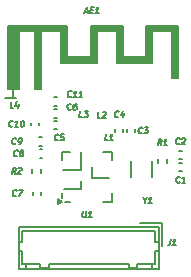
<source format=gbr>
%TF.GenerationSoftware,KiCad,Pcbnew,8.0.5*%
%TF.CreationDate,2024-10-24T22:42:25-04:00*%
%TF.ProjectId,NRF24L01 2.4GHZ,4e524632-344c-4303-9120-322e3447485a,rev?*%
%TF.SameCoordinates,Original*%
%TF.FileFunction,Legend,Top*%
%TF.FilePolarity,Positive*%
%FSLAX46Y46*%
G04 Gerber Fmt 4.6, Leading zero omitted, Abs format (unit mm)*
G04 Created by KiCad (PCBNEW 8.0.5) date 2024-10-24 22:42:25*
%MOMM*%
%LPD*%
G01*
G04 APERTURE LIST*
%ADD10C,0.152400*%
%ADD11C,0.127000*%
G04 APERTURE END LIST*
D10*
X150057500Y-85575000D02*
X149202500Y-85565000D01*
X149860000Y-85380000D02*
X149870000Y-84525000D01*
X156545000Y-92220000D02*
X156540000Y-91450000D01*
X154115000Y-91700000D02*
X155565000Y-91700000D01*
X155590000Y-91555000D02*
X155590000Y-90105000D01*
X156560000Y-92340000D02*
X158010000Y-92340000D01*
X154135000Y-93240000D02*
X155585000Y-93240000D01*
X155585000Y-93240000D02*
X155590000Y-92620000D01*
D11*
X149786451Y-87950025D02*
X149759237Y-87974216D01*
X149759237Y-87974216D02*
X149683642Y-87998406D01*
X149683642Y-87998406D02*
X149635261Y-87998406D01*
X149635261Y-87998406D02*
X149565713Y-87974216D01*
X149565713Y-87974216D02*
X149523380Y-87925835D01*
X149523380Y-87925835D02*
X149505237Y-87877454D01*
X149505237Y-87877454D02*
X149493142Y-87780692D01*
X149493142Y-87780692D02*
X149502213Y-87708120D01*
X149502213Y-87708120D02*
X149538499Y-87611358D01*
X149538499Y-87611358D02*
X149568737Y-87562977D01*
X149568737Y-87562977D02*
X149623166Y-87514596D01*
X149623166Y-87514596D02*
X149698761Y-87490406D01*
X149698761Y-87490406D02*
X149747142Y-87490406D01*
X149747142Y-87490406D02*
X149816690Y-87514596D01*
X149816690Y-87514596D02*
X149837856Y-87538787D01*
X150264213Y-87998406D02*
X149973928Y-87998406D01*
X150119070Y-87998406D02*
X150182570Y-87490406D01*
X150182570Y-87490406D02*
X150125118Y-87562977D01*
X150125118Y-87562977D02*
X150070690Y-87611358D01*
X150070690Y-87611358D02*
X150019285Y-87635549D01*
X150642190Y-87490406D02*
X150690571Y-87490406D01*
X150690571Y-87490406D02*
X150735928Y-87514596D01*
X150735928Y-87514596D02*
X150757095Y-87538787D01*
X150757095Y-87538787D02*
X150775238Y-87587168D01*
X150775238Y-87587168D02*
X150787333Y-87683930D01*
X150787333Y-87683930D02*
X150772214Y-87804882D01*
X150772214Y-87804882D02*
X150735928Y-87901644D01*
X150735928Y-87901644D02*
X150705690Y-87950025D01*
X150705690Y-87950025D02*
X150678476Y-87974216D01*
X150678476Y-87974216D02*
X150627071Y-87998406D01*
X150627071Y-87998406D02*
X150578690Y-87998406D01*
X150578690Y-87998406D02*
X150533333Y-87974216D01*
X150533333Y-87974216D02*
X150512166Y-87950025D01*
X150512166Y-87950025D02*
X150494023Y-87901644D01*
X150494023Y-87901644D02*
X150481928Y-87804882D01*
X150481928Y-87804882D02*
X150497047Y-87683930D01*
X150497047Y-87683930D02*
X150533333Y-87587168D01*
X150533333Y-87587168D02*
X150563571Y-87538787D01*
X150563571Y-87538787D02*
X150590785Y-87514596D01*
X150590785Y-87514596D02*
X150642190Y-87490406D01*
X163958356Y-92680025D02*
X163931142Y-92704216D01*
X163931142Y-92704216D02*
X163855547Y-92728406D01*
X163855547Y-92728406D02*
X163807166Y-92728406D01*
X163807166Y-92728406D02*
X163737618Y-92704216D01*
X163737618Y-92704216D02*
X163695285Y-92655835D01*
X163695285Y-92655835D02*
X163677142Y-92607454D01*
X163677142Y-92607454D02*
X163665047Y-92510692D01*
X163665047Y-92510692D02*
X163674118Y-92438120D01*
X163674118Y-92438120D02*
X163710404Y-92341358D01*
X163710404Y-92341358D02*
X163740642Y-92292977D01*
X163740642Y-92292977D02*
X163795071Y-92244596D01*
X163795071Y-92244596D02*
X163870666Y-92220406D01*
X163870666Y-92220406D02*
X163919047Y-92220406D01*
X163919047Y-92220406D02*
X163988595Y-92244596D01*
X163988595Y-92244596D02*
X164009761Y-92268787D01*
X164436118Y-92728406D02*
X164145833Y-92728406D01*
X164290975Y-92728406D02*
X164354475Y-92220406D01*
X164354475Y-92220406D02*
X164297023Y-92292977D01*
X164297023Y-92292977D02*
X164242595Y-92341358D01*
X164242595Y-92341358D02*
X164191190Y-92365549D01*
X154738356Y-86510025D02*
X154711142Y-86534216D01*
X154711142Y-86534216D02*
X154635547Y-86558406D01*
X154635547Y-86558406D02*
X154587166Y-86558406D01*
X154587166Y-86558406D02*
X154517618Y-86534216D01*
X154517618Y-86534216D02*
X154475285Y-86485835D01*
X154475285Y-86485835D02*
X154457142Y-86437454D01*
X154457142Y-86437454D02*
X154445047Y-86340692D01*
X154445047Y-86340692D02*
X154454118Y-86268120D01*
X154454118Y-86268120D02*
X154490404Y-86171358D01*
X154490404Y-86171358D02*
X154520642Y-86122977D01*
X154520642Y-86122977D02*
X154575071Y-86074596D01*
X154575071Y-86074596D02*
X154650666Y-86050406D01*
X154650666Y-86050406D02*
X154699047Y-86050406D01*
X154699047Y-86050406D02*
X154768595Y-86074596D01*
X154768595Y-86074596D02*
X154789761Y-86098787D01*
X155231237Y-86050406D02*
X155134475Y-86050406D01*
X155134475Y-86050406D02*
X155083071Y-86074596D01*
X155083071Y-86074596D02*
X155055856Y-86098787D01*
X155055856Y-86098787D02*
X154998404Y-86171358D01*
X154998404Y-86171358D02*
X154962118Y-86268120D01*
X154962118Y-86268120D02*
X154937928Y-86461644D01*
X154937928Y-86461644D02*
X154956071Y-86510025D01*
X154956071Y-86510025D02*
X154977237Y-86534216D01*
X154977237Y-86534216D02*
X155022595Y-86558406D01*
X155022595Y-86558406D02*
X155119356Y-86558406D01*
X155119356Y-86558406D02*
X155170761Y-86534216D01*
X155170761Y-86534216D02*
X155197975Y-86510025D01*
X155197975Y-86510025D02*
X155228214Y-86461644D01*
X155228214Y-86461644D02*
X155243333Y-86340692D01*
X155243333Y-86340692D02*
X155225190Y-86292311D01*
X155225190Y-86292311D02*
X155204023Y-86268120D01*
X155204023Y-86268120D02*
X155158666Y-86243930D01*
X155158666Y-86243930D02*
X155061904Y-86243930D01*
X155061904Y-86243930D02*
X155010499Y-86268120D01*
X155010499Y-86268120D02*
X154983285Y-86292311D01*
X154983285Y-86292311D02*
X154953047Y-86340692D01*
X155773428Y-95150406D02*
X155722023Y-95561644D01*
X155722023Y-95561644D02*
X155740166Y-95610025D01*
X155740166Y-95610025D02*
X155761333Y-95634216D01*
X155761333Y-95634216D02*
X155806690Y-95658406D01*
X155806690Y-95658406D02*
X155903452Y-95658406D01*
X155903452Y-95658406D02*
X155954857Y-95634216D01*
X155954857Y-95634216D02*
X155982071Y-95610025D01*
X155982071Y-95610025D02*
X156012309Y-95561644D01*
X156012309Y-95561644D02*
X156063714Y-95150406D01*
X156508213Y-95658406D02*
X156217928Y-95658406D01*
X156363070Y-95658406D02*
X156426570Y-95150406D01*
X156426570Y-95150406D02*
X156369118Y-95222977D01*
X156369118Y-95222977D02*
X156314690Y-95271358D01*
X156314690Y-95271358D02*
X156263285Y-95295549D01*
X150078356Y-89420025D02*
X150051142Y-89444216D01*
X150051142Y-89444216D02*
X149975547Y-89468406D01*
X149975547Y-89468406D02*
X149927166Y-89468406D01*
X149927166Y-89468406D02*
X149857618Y-89444216D01*
X149857618Y-89444216D02*
X149815285Y-89395835D01*
X149815285Y-89395835D02*
X149797142Y-89347454D01*
X149797142Y-89347454D02*
X149785047Y-89250692D01*
X149785047Y-89250692D02*
X149794118Y-89178120D01*
X149794118Y-89178120D02*
X149830404Y-89081358D01*
X149830404Y-89081358D02*
X149860642Y-89032977D01*
X149860642Y-89032977D02*
X149915071Y-88984596D01*
X149915071Y-88984596D02*
X149990666Y-88960406D01*
X149990666Y-88960406D02*
X150039047Y-88960406D01*
X150039047Y-88960406D02*
X150108595Y-88984596D01*
X150108595Y-88984596D02*
X150129761Y-89008787D01*
X150314214Y-89468406D02*
X150410975Y-89468406D01*
X150410975Y-89468406D02*
X150462380Y-89444216D01*
X150462380Y-89444216D02*
X150489595Y-89420025D01*
X150489595Y-89420025D02*
X150547047Y-89347454D01*
X150547047Y-89347454D02*
X150583333Y-89250692D01*
X150583333Y-89250692D02*
X150607523Y-89057168D01*
X150607523Y-89057168D02*
X150589380Y-89008787D01*
X150589380Y-89008787D02*
X150568214Y-88984596D01*
X150568214Y-88984596D02*
X150522856Y-88960406D01*
X150522856Y-88960406D02*
X150426095Y-88960406D01*
X150426095Y-88960406D02*
X150374690Y-88984596D01*
X150374690Y-88984596D02*
X150347475Y-89008787D01*
X150347475Y-89008787D02*
X150317237Y-89057168D01*
X150317237Y-89057168D02*
X150302118Y-89178120D01*
X150302118Y-89178120D02*
X150320261Y-89226501D01*
X150320261Y-89226501D02*
X150341428Y-89250692D01*
X150341428Y-89250692D02*
X150386785Y-89274882D01*
X150386785Y-89274882D02*
X150483547Y-89274882D01*
X150483547Y-89274882D02*
X150534952Y-89250692D01*
X150534952Y-89250692D02*
X150562166Y-89226501D01*
X150562166Y-89226501D02*
X150592404Y-89178120D01*
X158738356Y-87140025D02*
X158711142Y-87164216D01*
X158711142Y-87164216D02*
X158635547Y-87188406D01*
X158635547Y-87188406D02*
X158587166Y-87188406D01*
X158587166Y-87188406D02*
X158517618Y-87164216D01*
X158517618Y-87164216D02*
X158475285Y-87115835D01*
X158475285Y-87115835D02*
X158457142Y-87067454D01*
X158457142Y-87067454D02*
X158445047Y-86970692D01*
X158445047Y-86970692D02*
X158454118Y-86898120D01*
X158454118Y-86898120D02*
X158490404Y-86801358D01*
X158490404Y-86801358D02*
X158520642Y-86752977D01*
X158520642Y-86752977D02*
X158575071Y-86704596D01*
X158575071Y-86704596D02*
X158650666Y-86680406D01*
X158650666Y-86680406D02*
X158699047Y-86680406D01*
X158699047Y-86680406D02*
X158768595Y-86704596D01*
X158768595Y-86704596D02*
X158789761Y-86728787D01*
X159210071Y-86849739D02*
X159167737Y-87188406D01*
X159113309Y-86656216D02*
X158946999Y-87019073D01*
X158946999Y-87019073D02*
X159261475Y-87019073D01*
X150052309Y-91988406D02*
X149913214Y-91746501D01*
X149762023Y-91988406D02*
X149825523Y-91480406D01*
X149825523Y-91480406D02*
X150019047Y-91480406D01*
X150019047Y-91480406D02*
X150064404Y-91504596D01*
X150064404Y-91504596D02*
X150085571Y-91528787D01*
X150085571Y-91528787D02*
X150103714Y-91577168D01*
X150103714Y-91577168D02*
X150094642Y-91649739D01*
X150094642Y-91649739D02*
X150064404Y-91698120D01*
X150064404Y-91698120D02*
X150037190Y-91722311D01*
X150037190Y-91722311D02*
X149985785Y-91746501D01*
X149985785Y-91746501D02*
X149792261Y-91746501D01*
X150303285Y-91528787D02*
X150330499Y-91504596D01*
X150330499Y-91504596D02*
X150381904Y-91480406D01*
X150381904Y-91480406D02*
X150502856Y-91480406D01*
X150502856Y-91480406D02*
X150548214Y-91504596D01*
X150548214Y-91504596D02*
X150569380Y-91528787D01*
X150569380Y-91528787D02*
X150587523Y-91577168D01*
X150587523Y-91577168D02*
X150581475Y-91625549D01*
X150581475Y-91625549D02*
X150548214Y-91698120D01*
X150548214Y-91698120D02*
X150221642Y-91988406D01*
X150221642Y-91988406D02*
X150536118Y-91988406D01*
X155712309Y-87188406D02*
X155470404Y-87188406D01*
X155470404Y-87188406D02*
X155533904Y-86680406D01*
X155896761Y-86680406D02*
X156211237Y-86680406D01*
X156211237Y-86680406D02*
X156017714Y-86873930D01*
X156017714Y-86873930D02*
X156090285Y-86873930D01*
X156090285Y-86873930D02*
X156135642Y-86898120D01*
X156135642Y-86898120D02*
X156156809Y-86922311D01*
X156156809Y-86922311D02*
X156174952Y-86970692D01*
X156174952Y-86970692D02*
X156159833Y-87091644D01*
X156159833Y-87091644D02*
X156129594Y-87140025D01*
X156129594Y-87140025D02*
X156102380Y-87164216D01*
X156102380Y-87164216D02*
X156050975Y-87188406D01*
X156050975Y-87188406D02*
X155905833Y-87188406D01*
X155905833Y-87188406D02*
X155860475Y-87164216D01*
X155860475Y-87164216D02*
X155839309Y-87140025D01*
X154756451Y-85420025D02*
X154729237Y-85444216D01*
X154729237Y-85444216D02*
X154653642Y-85468406D01*
X154653642Y-85468406D02*
X154605261Y-85468406D01*
X154605261Y-85468406D02*
X154535713Y-85444216D01*
X154535713Y-85444216D02*
X154493380Y-85395835D01*
X154493380Y-85395835D02*
X154475237Y-85347454D01*
X154475237Y-85347454D02*
X154463142Y-85250692D01*
X154463142Y-85250692D02*
X154472213Y-85178120D01*
X154472213Y-85178120D02*
X154508499Y-85081358D01*
X154508499Y-85081358D02*
X154538737Y-85032977D01*
X154538737Y-85032977D02*
X154593166Y-84984596D01*
X154593166Y-84984596D02*
X154668761Y-84960406D01*
X154668761Y-84960406D02*
X154717142Y-84960406D01*
X154717142Y-84960406D02*
X154786690Y-84984596D01*
X154786690Y-84984596D02*
X154807856Y-85008787D01*
X155234213Y-85468406D02*
X154943928Y-85468406D01*
X155089070Y-85468406D02*
X155152570Y-84960406D01*
X155152570Y-84960406D02*
X155095118Y-85032977D01*
X155095118Y-85032977D02*
X155040690Y-85081358D01*
X155040690Y-85081358D02*
X154989285Y-85105549D01*
X155718023Y-85468406D02*
X155427738Y-85468406D01*
X155572880Y-85468406D02*
X155636380Y-84960406D01*
X155636380Y-84960406D02*
X155578928Y-85032977D01*
X155578928Y-85032977D02*
X155524500Y-85081358D01*
X155524500Y-85081358D02*
X155473095Y-85105549D01*
X162402309Y-89568406D02*
X162263214Y-89326501D01*
X162112023Y-89568406D02*
X162175523Y-89060406D01*
X162175523Y-89060406D02*
X162369047Y-89060406D01*
X162369047Y-89060406D02*
X162414404Y-89084596D01*
X162414404Y-89084596D02*
X162435571Y-89108787D01*
X162435571Y-89108787D02*
X162453714Y-89157168D01*
X162453714Y-89157168D02*
X162444642Y-89229739D01*
X162444642Y-89229739D02*
X162414404Y-89278120D01*
X162414404Y-89278120D02*
X162387190Y-89302311D01*
X162387190Y-89302311D02*
X162335785Y-89326501D01*
X162335785Y-89326501D02*
X162142261Y-89326501D01*
X162886118Y-89568406D02*
X162595833Y-89568406D01*
X162740975Y-89568406D02*
X162804475Y-89060406D01*
X162804475Y-89060406D02*
X162747023Y-89132977D01*
X162747023Y-89132977D02*
X162692595Y-89181358D01*
X162692595Y-89181358D02*
X162641190Y-89205549D01*
X155942451Y-78258263D02*
X156184356Y-78258263D01*
X155875928Y-78403406D02*
X156108761Y-77895406D01*
X156108761Y-77895406D02*
X156214594Y-78403406D01*
X156417190Y-78137311D02*
X156586523Y-78137311D01*
X156625833Y-78403406D02*
X156383928Y-78403406D01*
X156383928Y-78403406D02*
X156447428Y-77895406D01*
X156447428Y-77895406D02*
X156689333Y-77895406D01*
X157109642Y-78403406D02*
X156819357Y-78403406D01*
X156964499Y-78403406D02*
X157027999Y-77895406D01*
X157027999Y-77895406D02*
X156970547Y-77967977D01*
X156970547Y-77967977D02*
X156916119Y-78016358D01*
X156916119Y-78016358D02*
X156864714Y-78040549D01*
X150198356Y-90470025D02*
X150171142Y-90494216D01*
X150171142Y-90494216D02*
X150095547Y-90518406D01*
X150095547Y-90518406D02*
X150047166Y-90518406D01*
X150047166Y-90518406D02*
X149977618Y-90494216D01*
X149977618Y-90494216D02*
X149935285Y-90445835D01*
X149935285Y-90445835D02*
X149917142Y-90397454D01*
X149917142Y-90397454D02*
X149905047Y-90300692D01*
X149905047Y-90300692D02*
X149914118Y-90228120D01*
X149914118Y-90228120D02*
X149950404Y-90131358D01*
X149950404Y-90131358D02*
X149980642Y-90082977D01*
X149980642Y-90082977D02*
X150035071Y-90034596D01*
X150035071Y-90034596D02*
X150110666Y-90010406D01*
X150110666Y-90010406D02*
X150159047Y-90010406D01*
X150159047Y-90010406D02*
X150228595Y-90034596D01*
X150228595Y-90034596D02*
X150249761Y-90058787D01*
X150518880Y-90228120D02*
X150473523Y-90203930D01*
X150473523Y-90203930D02*
X150452356Y-90179739D01*
X150452356Y-90179739D02*
X150434214Y-90131358D01*
X150434214Y-90131358D02*
X150437237Y-90107168D01*
X150437237Y-90107168D02*
X150467475Y-90058787D01*
X150467475Y-90058787D02*
X150494690Y-90034596D01*
X150494690Y-90034596D02*
X150546095Y-90010406D01*
X150546095Y-90010406D02*
X150642856Y-90010406D01*
X150642856Y-90010406D02*
X150688214Y-90034596D01*
X150688214Y-90034596D02*
X150709380Y-90058787D01*
X150709380Y-90058787D02*
X150727523Y-90107168D01*
X150727523Y-90107168D02*
X150724499Y-90131358D01*
X150724499Y-90131358D02*
X150694261Y-90179739D01*
X150694261Y-90179739D02*
X150667047Y-90203930D01*
X150667047Y-90203930D02*
X150615642Y-90228120D01*
X150615642Y-90228120D02*
X150518880Y-90228120D01*
X150518880Y-90228120D02*
X150467475Y-90252311D01*
X150467475Y-90252311D02*
X150440261Y-90276501D01*
X150440261Y-90276501D02*
X150410023Y-90324882D01*
X150410023Y-90324882D02*
X150397928Y-90421644D01*
X150397928Y-90421644D02*
X150416071Y-90470025D01*
X150416071Y-90470025D02*
X150437237Y-90494216D01*
X150437237Y-90494216D02*
X150482595Y-90518406D01*
X150482595Y-90518406D02*
X150579356Y-90518406D01*
X150579356Y-90518406D02*
X150630761Y-90494216D01*
X150630761Y-90494216D02*
X150657975Y-90470025D01*
X150657975Y-90470025D02*
X150688214Y-90421644D01*
X150688214Y-90421644D02*
X150700309Y-90324882D01*
X150700309Y-90324882D02*
X150682166Y-90276501D01*
X150682166Y-90276501D02*
X150660999Y-90252311D01*
X150660999Y-90252311D02*
X150615642Y-90228120D01*
X149882309Y-86388406D02*
X149640404Y-86388406D01*
X149640404Y-86388406D02*
X149703904Y-85880406D01*
X150311690Y-86049739D02*
X150269356Y-86388406D01*
X150214928Y-85856216D02*
X150048618Y-86219073D01*
X150048618Y-86219073D02*
X150363094Y-86219073D01*
X163918356Y-89420025D02*
X163891142Y-89444216D01*
X163891142Y-89444216D02*
X163815547Y-89468406D01*
X163815547Y-89468406D02*
X163767166Y-89468406D01*
X163767166Y-89468406D02*
X163697618Y-89444216D01*
X163697618Y-89444216D02*
X163655285Y-89395835D01*
X163655285Y-89395835D02*
X163637142Y-89347454D01*
X163637142Y-89347454D02*
X163625047Y-89250692D01*
X163625047Y-89250692D02*
X163634118Y-89178120D01*
X163634118Y-89178120D02*
X163670404Y-89081358D01*
X163670404Y-89081358D02*
X163700642Y-89032977D01*
X163700642Y-89032977D02*
X163755071Y-88984596D01*
X163755071Y-88984596D02*
X163830666Y-88960406D01*
X163830666Y-88960406D02*
X163879047Y-88960406D01*
X163879047Y-88960406D02*
X163948595Y-88984596D01*
X163948595Y-88984596D02*
X163969761Y-89008787D01*
X164163285Y-89008787D02*
X164190499Y-88984596D01*
X164190499Y-88984596D02*
X164241904Y-88960406D01*
X164241904Y-88960406D02*
X164362856Y-88960406D01*
X164362856Y-88960406D02*
X164408214Y-88984596D01*
X164408214Y-88984596D02*
X164429380Y-89008787D01*
X164429380Y-89008787D02*
X164447523Y-89057168D01*
X164447523Y-89057168D02*
X164441475Y-89105549D01*
X164441475Y-89105549D02*
X164408214Y-89178120D01*
X164408214Y-89178120D02*
X164081642Y-89468406D01*
X164081642Y-89468406D02*
X164396118Y-89468406D01*
X163191142Y-97520406D02*
X163145785Y-97883263D01*
X163145785Y-97883263D02*
X163112523Y-97955835D01*
X163112523Y-97955835D02*
X163058094Y-98004216D01*
X163058094Y-98004216D02*
X162982499Y-98028406D01*
X162982499Y-98028406D02*
X162934118Y-98028406D01*
X163635642Y-98028406D02*
X163345357Y-98028406D01*
X163490499Y-98028406D02*
X163553999Y-97520406D01*
X163553999Y-97520406D02*
X163496547Y-97592977D01*
X163496547Y-97592977D02*
X163442119Y-97641358D01*
X163442119Y-97641358D02*
X163390714Y-97665549D01*
X153658356Y-89110025D02*
X153631142Y-89134216D01*
X153631142Y-89134216D02*
X153555547Y-89158406D01*
X153555547Y-89158406D02*
X153507166Y-89158406D01*
X153507166Y-89158406D02*
X153437618Y-89134216D01*
X153437618Y-89134216D02*
X153395285Y-89085835D01*
X153395285Y-89085835D02*
X153377142Y-89037454D01*
X153377142Y-89037454D02*
X153365047Y-88940692D01*
X153365047Y-88940692D02*
X153374118Y-88868120D01*
X153374118Y-88868120D02*
X153410404Y-88771358D01*
X153410404Y-88771358D02*
X153440642Y-88722977D01*
X153440642Y-88722977D02*
X153495071Y-88674596D01*
X153495071Y-88674596D02*
X153570666Y-88650406D01*
X153570666Y-88650406D02*
X153619047Y-88650406D01*
X153619047Y-88650406D02*
X153688595Y-88674596D01*
X153688595Y-88674596D02*
X153709761Y-88698787D01*
X154175428Y-88650406D02*
X153933523Y-88650406D01*
X153933523Y-88650406D02*
X153879095Y-88892311D01*
X153879095Y-88892311D02*
X153906309Y-88868120D01*
X153906309Y-88868120D02*
X153957714Y-88843930D01*
X153957714Y-88843930D02*
X154078666Y-88843930D01*
X154078666Y-88843930D02*
X154124023Y-88868120D01*
X154124023Y-88868120D02*
X154145190Y-88892311D01*
X154145190Y-88892311D02*
X154163333Y-88940692D01*
X154163333Y-88940692D02*
X154148214Y-89061644D01*
X154148214Y-89061644D02*
X154117975Y-89110025D01*
X154117975Y-89110025D02*
X154090761Y-89134216D01*
X154090761Y-89134216D02*
X154039356Y-89158406D01*
X154039356Y-89158406D02*
X153918404Y-89158406D01*
X153918404Y-89158406D02*
X153873047Y-89134216D01*
X153873047Y-89134216D02*
X153851880Y-89110025D01*
X157872309Y-89138406D02*
X157630404Y-89138406D01*
X157630404Y-89138406D02*
X157693904Y-88630406D01*
X158307737Y-89138406D02*
X158017452Y-89138406D01*
X158162594Y-89138406D02*
X158226094Y-88630406D01*
X158226094Y-88630406D02*
X158168642Y-88702977D01*
X158168642Y-88702977D02*
X158114214Y-88751358D01*
X158114214Y-88751358D02*
X158062809Y-88775549D01*
X157242309Y-87238406D02*
X157000404Y-87238406D01*
X157000404Y-87238406D02*
X157063904Y-86730406D01*
X157444904Y-86778787D02*
X157472118Y-86754596D01*
X157472118Y-86754596D02*
X157523523Y-86730406D01*
X157523523Y-86730406D02*
X157644475Y-86730406D01*
X157644475Y-86730406D02*
X157689833Y-86754596D01*
X157689833Y-86754596D02*
X157710999Y-86778787D01*
X157710999Y-86778787D02*
X157729142Y-86827168D01*
X157729142Y-86827168D02*
X157723094Y-86875549D01*
X157723094Y-86875549D02*
X157689833Y-86948120D01*
X157689833Y-86948120D02*
X157363261Y-87238406D01*
X157363261Y-87238406D02*
X157677737Y-87238406D01*
X150098356Y-93830025D02*
X150071142Y-93854216D01*
X150071142Y-93854216D02*
X149995547Y-93878406D01*
X149995547Y-93878406D02*
X149947166Y-93878406D01*
X149947166Y-93878406D02*
X149877618Y-93854216D01*
X149877618Y-93854216D02*
X149835285Y-93805835D01*
X149835285Y-93805835D02*
X149817142Y-93757454D01*
X149817142Y-93757454D02*
X149805047Y-93660692D01*
X149805047Y-93660692D02*
X149814118Y-93588120D01*
X149814118Y-93588120D02*
X149850404Y-93491358D01*
X149850404Y-93491358D02*
X149880642Y-93442977D01*
X149880642Y-93442977D02*
X149935071Y-93394596D01*
X149935071Y-93394596D02*
X150010666Y-93370406D01*
X150010666Y-93370406D02*
X150059047Y-93370406D01*
X150059047Y-93370406D02*
X150128595Y-93394596D01*
X150128595Y-93394596D02*
X150149761Y-93418787D01*
X150325142Y-93370406D02*
X150663809Y-93370406D01*
X150663809Y-93370406D02*
X150382595Y-93878406D01*
X161015309Y-94256501D02*
X160985071Y-94498406D01*
X160879238Y-93990406D02*
X161015309Y-94256501D01*
X161015309Y-94256501D02*
X161217904Y-93990406D01*
X161589833Y-94498406D02*
X161299548Y-94498406D01*
X161444690Y-94498406D02*
X161508190Y-93990406D01*
X161508190Y-93990406D02*
X161450738Y-94062977D01*
X161450738Y-94062977D02*
X161396310Y-94111358D01*
X161396310Y-94111358D02*
X161344905Y-94135549D01*
X160758356Y-88520025D02*
X160731142Y-88544216D01*
X160731142Y-88544216D02*
X160655547Y-88568406D01*
X160655547Y-88568406D02*
X160607166Y-88568406D01*
X160607166Y-88568406D02*
X160537618Y-88544216D01*
X160537618Y-88544216D02*
X160495285Y-88495835D01*
X160495285Y-88495835D02*
X160477142Y-88447454D01*
X160477142Y-88447454D02*
X160465047Y-88350692D01*
X160465047Y-88350692D02*
X160474118Y-88278120D01*
X160474118Y-88278120D02*
X160510404Y-88181358D01*
X160510404Y-88181358D02*
X160540642Y-88132977D01*
X160540642Y-88132977D02*
X160595071Y-88084596D01*
X160595071Y-88084596D02*
X160670666Y-88060406D01*
X160670666Y-88060406D02*
X160719047Y-88060406D01*
X160719047Y-88060406D02*
X160788595Y-88084596D01*
X160788595Y-88084596D02*
X160809761Y-88108787D01*
X160985142Y-88060406D02*
X161299618Y-88060406D01*
X161299618Y-88060406D02*
X161106095Y-88253930D01*
X161106095Y-88253930D02*
X161178666Y-88253930D01*
X161178666Y-88253930D02*
X161224023Y-88278120D01*
X161224023Y-88278120D02*
X161245190Y-88302311D01*
X161245190Y-88302311D02*
X161263333Y-88350692D01*
X161263333Y-88350692D02*
X161248214Y-88471644D01*
X161248214Y-88471644D02*
X161217975Y-88520025D01*
X161217975Y-88520025D02*
X161190761Y-88544216D01*
X161190761Y-88544216D02*
X161139356Y-88568406D01*
X161139356Y-88568406D02*
X160994214Y-88568406D01*
X160994214Y-88568406D02*
X160948856Y-88544216D01*
X160948856Y-88544216D02*
X160927690Y-88520025D01*
D10*
%TO.C,C10*%
X151360000Y-87652164D02*
X151360000Y-87867836D01*
X152080000Y-87652164D02*
X152080000Y-87867836D01*
%TO.C,C1*%
X163937164Y-91060000D02*
X164152836Y-91060000D01*
X163937164Y-91780000D02*
X164152836Y-91780000D01*
%TO.C,C6*%
X153332164Y-86520000D02*
X153547836Y-86520000D01*
X153332164Y-87240000D02*
X153547836Y-87240000D01*
%TO.C,U1*%
X153972500Y-90120000D02*
X154697500Y-90120000D01*
X153972500Y-90845000D02*
X153972500Y-90120000D01*
X153972500Y-93615000D02*
X153972500Y-94040000D01*
X154697500Y-94340000D02*
X154212500Y-94340000D01*
X158192500Y-90120000D02*
X157467500Y-90120000D01*
X158192500Y-90845000D02*
X158192500Y-90120000D01*
X158192500Y-93615000D02*
X158192500Y-94340000D01*
X158192500Y-94340000D02*
X157467500Y-94340000D01*
X153972500Y-94340000D02*
X153642500Y-94580000D01*
X153642500Y-94100000D01*
X153972500Y-94340000D01*
G36*
X153972500Y-94340000D02*
G01*
X153642500Y-94580000D01*
X153642500Y-94100000D01*
X153972500Y-94340000D01*
G37*
%TO.C,C9*%
X152297836Y-88900000D02*
X152082164Y-88900000D01*
X152297836Y-89620000D02*
X152082164Y-89620000D01*
%TO.C,C4*%
X158470000Y-88222164D02*
X158470000Y-88437836D01*
X159190000Y-88222164D02*
X159190000Y-88437836D01*
%TO.C,R2*%
X151460000Y-91586359D02*
X151460000Y-91893641D01*
X152220000Y-91586359D02*
X152220000Y-91893641D01*
%TO.C,C11*%
X153332164Y-85510000D02*
X153547836Y-85510000D01*
X153332164Y-86230000D02*
X153547836Y-86230000D01*
%TO.C,R1*%
X162125000Y-91053641D02*
X162125000Y-90746359D01*
X162885000Y-91053641D02*
X162885000Y-90746359D01*
%TO.C,AE1*%
X154420000Y-82075000D02*
X156420000Y-82075000D01*
X156420000Y-79435000D01*
X159120000Y-79435000D01*
X159120000Y-82075000D01*
X161120000Y-82075000D01*
X161120000Y-79435000D01*
X163820000Y-79435000D01*
X163820000Y-83875000D01*
X163320000Y-83875000D01*
X163320000Y-79935000D01*
X161620000Y-79935000D01*
X161620000Y-82575000D01*
X158620000Y-82575000D01*
X158620000Y-79935000D01*
X156920000Y-79935000D01*
X156920000Y-82575000D01*
X153920000Y-82575000D01*
X153920000Y-79935000D01*
X152220000Y-79935000D01*
X152220000Y-84835000D01*
X151720000Y-84835000D01*
X151720000Y-79935000D01*
X150320000Y-79935000D01*
X150320000Y-84835000D01*
X149420000Y-84835000D01*
X149420000Y-84591785D01*
X149722417Y-84591785D01*
X149732258Y-84639395D01*
X149756326Y-84681797D01*
X149794269Y-84714581D01*
X149802181Y-84718935D01*
X149844844Y-84731043D01*
X149893363Y-84730300D01*
X149938878Y-84717400D01*
X149957489Y-84706787D01*
X149991132Y-84671553D01*
X150011691Y-84626368D01*
X150018222Y-84576842D01*
X150009782Y-84528583D01*
X149992888Y-84496357D01*
X149957628Y-84463687D01*
X149912318Y-84443592D01*
X149862733Y-84437018D01*
X149814647Y-84444908D01*
X149781755Y-84461814D01*
X149746815Y-84498584D01*
X149727153Y-84543378D01*
X149722417Y-84591785D01*
X149420000Y-84591785D01*
X149420000Y-79435000D01*
X154420000Y-79435000D01*
X154420000Y-82075000D01*
G36*
X154420000Y-82075000D02*
G01*
X156420000Y-82075000D01*
X156420000Y-79435000D01*
X159120000Y-79435000D01*
X159120000Y-82075000D01*
X161120000Y-82075000D01*
X161120000Y-79435000D01*
X163820000Y-79435000D01*
X163820000Y-83875000D01*
X163320000Y-83875000D01*
X163320000Y-79935000D01*
X161620000Y-79935000D01*
X161620000Y-82575000D01*
X158620000Y-82575000D01*
X158620000Y-79935000D01*
X156920000Y-79935000D01*
X156920000Y-82575000D01*
X153920000Y-82575000D01*
X153920000Y-79935000D01*
X152220000Y-79935000D01*
X152220000Y-84835000D01*
X151720000Y-84835000D01*
X151720000Y-79935000D01*
X150320000Y-79935000D01*
X150320000Y-84835000D01*
X149420000Y-84835000D01*
X149420000Y-84591785D01*
X149722417Y-84591785D01*
X149732258Y-84639395D01*
X149756326Y-84681797D01*
X149794269Y-84714581D01*
X149802181Y-84718935D01*
X149844844Y-84731043D01*
X149893363Y-84730300D01*
X149938878Y-84717400D01*
X149957489Y-84706787D01*
X149991132Y-84671553D01*
X150011691Y-84626368D01*
X150018222Y-84576842D01*
X150009782Y-84528583D01*
X149992888Y-84496357D01*
X149957628Y-84463687D01*
X149912318Y-84443592D01*
X149862733Y-84437018D01*
X149814647Y-84444908D01*
X149781755Y-84461814D01*
X149746815Y-84498584D01*
X149727153Y-84543378D01*
X149722417Y-84591785D01*
X149420000Y-84591785D01*
X149420000Y-79435000D01*
X154420000Y-79435000D01*
X154420000Y-82075000D01*
G37*
%TO.C,C8*%
X152307836Y-89930000D02*
X152092164Y-89930000D01*
X152307836Y-90650000D02*
X152092164Y-90650000D01*
%TO.C,C2*%
X163927164Y-90030000D02*
X164142836Y-90030000D01*
X163927164Y-90750000D02*
X164142836Y-90750000D01*
%TO.C,J1*%
X150325000Y-96490000D02*
X150325000Y-100090000D01*
X150325000Y-98540000D02*
X150625000Y-98540000D01*
X150325000Y-100090000D02*
X162175000Y-100090000D01*
X150625000Y-96790000D02*
X150625000Y-97790000D01*
X150625000Y-97790000D02*
X150325000Y-97790000D01*
X150625000Y-98540000D02*
X150625000Y-99640000D01*
X150625000Y-99640000D02*
X150925000Y-99640000D01*
X150925000Y-99640000D02*
X150925000Y-100090000D01*
X152125000Y-99640000D02*
X150925000Y-99640000D01*
X152125000Y-99940000D02*
X152125000Y-99640000D01*
X152875000Y-99640000D02*
X152875000Y-99940000D01*
X152875000Y-99940000D02*
X152125000Y-99940000D01*
X159625000Y-99640000D02*
X152875000Y-99640000D01*
X159625000Y-99940000D02*
X159625000Y-99640000D01*
X160375000Y-99640000D02*
X160375000Y-99940000D01*
X160375000Y-99940000D02*
X159625000Y-99940000D01*
X161575000Y-99640000D02*
X160375000Y-99640000D01*
X161575000Y-99640000D02*
X161575000Y-100090000D01*
X161875000Y-96790000D02*
X150625000Y-96790000D01*
X161875000Y-97790000D02*
X161875000Y-96790000D01*
X161875000Y-98540000D02*
X161875000Y-99640000D01*
X161875000Y-99640000D02*
X161575000Y-99640000D01*
X162175000Y-96490000D02*
X150325000Y-96490000D01*
X162175000Y-97790000D02*
X161875000Y-97790000D01*
X162175000Y-98540000D02*
X161875000Y-98540000D01*
X162175000Y-100090000D02*
X162175000Y-96490000D01*
X162485000Y-96180000D02*
X160575000Y-96180000D01*
X162485000Y-98090000D02*
X162485000Y-96180000D01*
%TO.C,C5*%
X153547836Y-87510000D02*
X153332164Y-87510000D01*
X153547836Y-88230000D02*
X153332164Y-88230000D01*
%TO.C,C7*%
X151500000Y-93532164D02*
X151500000Y-93747836D01*
X152220000Y-93532164D02*
X152220000Y-93747836D01*
%TO.C,Y1*%
X159830000Y-90935000D02*
X159830000Y-92285000D01*
X161580000Y-90935000D02*
X161580000Y-92285000D01*
%TO.C,C3*%
X159490000Y-88222164D02*
X159490000Y-88437836D01*
X160210000Y-88222164D02*
X160210000Y-88437836D01*
%TD*%
M02*

</source>
